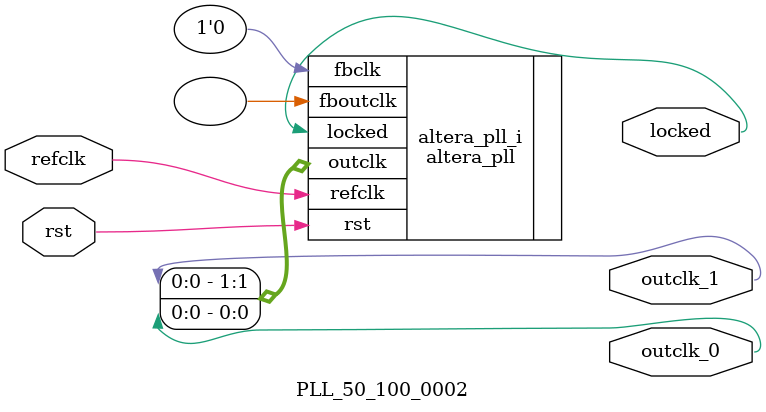
<source format=v>
`timescale 1ns/10ps
module  PLL_50_100_0002(

	// interface 'refclk'
	input wire refclk,

	// interface 'reset'
	input wire rst,

	// interface 'outclk0'
	output wire outclk_0,

	// interface 'outclk1'
	output wire outclk_1,

	// interface 'locked'
	output wire locked
);

	altera_pll #(
		.fractional_vco_multiplier("false"),
		.reference_clock_frequency("50.0 MHz"),
		.operation_mode("direct"),
		.number_of_clocks(2),
		.output_clock_frequency0("100.000000 MHz"),
		.phase_shift0("0 ps"),
		.duty_cycle0(50),
		.output_clock_frequency1("50.000000 MHz"),
		.phase_shift1("0 ps"),
		.duty_cycle1(50),
		.output_clock_frequency2("0 MHz"),
		.phase_shift2("0 ps"),
		.duty_cycle2(50),
		.output_clock_frequency3("0 MHz"),
		.phase_shift3("0 ps"),
		.duty_cycle3(50),
		.output_clock_frequency4("0 MHz"),
		.phase_shift4("0 ps"),
		.duty_cycle4(50),
		.output_clock_frequency5("0 MHz"),
		.phase_shift5("0 ps"),
		.duty_cycle5(50),
		.output_clock_frequency6("0 MHz"),
		.phase_shift6("0 ps"),
		.duty_cycle6(50),
		.output_clock_frequency7("0 MHz"),
		.phase_shift7("0 ps"),
		.duty_cycle7(50),
		.output_clock_frequency8("0 MHz"),
		.phase_shift8("0 ps"),
		.duty_cycle8(50),
		.output_clock_frequency9("0 MHz"),
		.phase_shift9("0 ps"),
		.duty_cycle9(50),
		.output_clock_frequency10("0 MHz"),
		.phase_shift10("0 ps"),
		.duty_cycle10(50),
		.output_clock_frequency11("0 MHz"),
		.phase_shift11("0 ps"),
		.duty_cycle11(50),
		.output_clock_frequency12("0 MHz"),
		.phase_shift12("0 ps"),
		.duty_cycle12(50),
		.output_clock_frequency13("0 MHz"),
		.phase_shift13("0 ps"),
		.duty_cycle13(50),
		.output_clock_frequency14("0 MHz"),
		.phase_shift14("0 ps"),
		.duty_cycle14(50),
		.output_clock_frequency15("0 MHz"),
		.phase_shift15("0 ps"),
		.duty_cycle15(50),
		.output_clock_frequency16("0 MHz"),
		.phase_shift16("0 ps"),
		.duty_cycle16(50),
		.output_clock_frequency17("0 MHz"),
		.phase_shift17("0 ps"),
		.duty_cycle17(50),
		.pll_type("General"),
		.pll_subtype("General")
	) altera_pll_i (
		.rst	(rst),
		.outclk	({outclk_1, outclk_0}),
		.locked	(locked),
		.fboutclk	( ),
		.fbclk	(1'b0),
		.refclk	(refclk)
	);
endmodule


</source>
